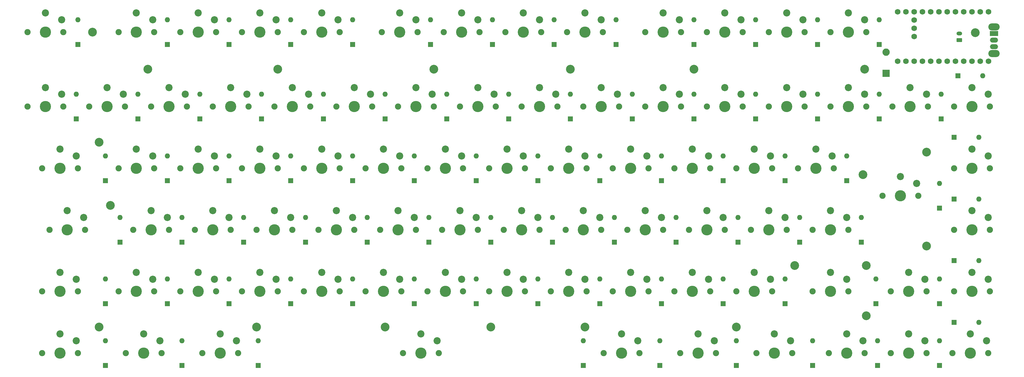
<source format=gbr>
%TF.GenerationSoftware,KiCad,Pcbnew,8.0.3*%
%TF.CreationDate,2024-08-10T17:19:27+02:00*%
%TF.ProjectId,AC-K1-v1,41432d4b-312d-4763-912e-6b696361645f,rev?*%
%TF.SameCoordinates,Original*%
%TF.FileFunction,Soldermask,Bot*%
%TF.FilePolarity,Negative*%
%FSLAX46Y46*%
G04 Gerber Fmt 4.6, Leading zero omitted, Abs format (unit mm)*
G04 Created by KiCad (PCBNEW 8.0.3) date 2024-08-10 17:19:27*
%MOMM*%
%LPD*%
G01*
G04 APERTURE LIST*
G04 Aperture macros list*
%AMRoundRect*
0 Rectangle with rounded corners*
0 $1 Rounding radius*
0 $2 $3 $4 $5 $6 $7 $8 $9 X,Y pos of 4 corners*
0 Add a 4 corners polygon primitive as box body*
4,1,4,$2,$3,$4,$5,$6,$7,$8,$9,$2,$3,0*
0 Add four circle primitives for the rounded corners*
1,1,$1+$1,$2,$3*
1,1,$1+$1,$4,$5*
1,1,$1+$1,$6,$7*
1,1,$1+$1,$8,$9*
0 Add four rect primitives between the rounded corners*
20,1,$1+$1,$2,$3,$4,$5,0*
20,1,$1+$1,$4,$5,$6,$7,0*
20,1,$1+$1,$6,$7,$8,$9,0*
20,1,$1+$1,$8,$9,$2,$3,0*%
G04 Aperture macros list end*
%ADD10C,1.900000*%
%ADD11C,3.450000*%
%ADD12C,2.200000*%
%ADD13C,2.700000*%
%ADD14C,1.752600*%
%ADD15R,2.250000X2.250000*%
%ADD16C,2.250000*%
%ADD17R,1.600000X1.600000*%
%ADD18O,1.600000X1.600000*%
%ADD19O,3.500000X2.200000*%
%ADD20R,2.500000X1.500000*%
%ADD21O,2.500000X1.500000*%
%ADD22RoundRect,0.250000X0.625000X-0.350000X0.625000X0.350000X-0.625000X0.350000X-0.625000X-0.350000X0*%
%ADD23O,1.750000X1.200000*%
G04 APERTURE END LIST*
D10*
%TO.C,SW65*%
X288000000Y-168500000D03*
D11*
X293500000Y-168500000D03*
D10*
X299000000Y-168500000D03*
D12*
X293500000Y-162600000D03*
X298500000Y-164700000D03*
%TD*%
D10*
%TO.C,SW8*%
X89000000Y-111500000D03*
D11*
X94500000Y-111500000D03*
D10*
X100000000Y-111500000D03*
D12*
X94500000Y-105600000D03*
X99500000Y-107700000D03*
%TD*%
D10*
%TO.C,SW67*%
X298000000Y-88500000D03*
D11*
X303500000Y-88500000D03*
D10*
X309000000Y-88500000D03*
D12*
X303500000Y-82600000D03*
X308500000Y-84700000D03*
%TD*%
D10*
%TO.C,SW66*%
X294250000Y-187500000D03*
D11*
X299750000Y-187500000D03*
D10*
X305250000Y-187500000D03*
D12*
X299750000Y-181600000D03*
X304750000Y-183700000D03*
%TD*%
D10*
%TO.C,SW3*%
X74500000Y-130500000D03*
D11*
X80000000Y-130500000D03*
D10*
X85500000Y-130500000D03*
D12*
X80000000Y-124600000D03*
X85000000Y-126700000D03*
%TD*%
D10*
%TO.C,SW48*%
X231000000Y-168500000D03*
D11*
X236500000Y-168500000D03*
D10*
X242000000Y-168500000D03*
D12*
X236500000Y-162600000D03*
X241500000Y-164700000D03*
%TD*%
D10*
%TO.C,SW51*%
X250000000Y-130500000D03*
D11*
X255500000Y-130500000D03*
D10*
X261000000Y-130500000D03*
D12*
X255500000Y-124600000D03*
X260500000Y-126700000D03*
%TD*%
D10*
%TO.C,SW61*%
X279000000Y-88500000D03*
D11*
X284500000Y-88500000D03*
D10*
X290000000Y-88500000D03*
D12*
X284500000Y-82600000D03*
X289500000Y-84700000D03*
%TD*%
D10*
%TO.C,SW69*%
X307000000Y-130500000D03*
D11*
X312500000Y-130500000D03*
D10*
X318000000Y-130500000D03*
D12*
X312500000Y-124600000D03*
X317500000Y-126700000D03*
%TD*%
D13*
%TO.C,11*%
X346500000Y-125500000D03*
%TD*%
D10*
%TO.C,SW54*%
X247250000Y-187500000D03*
D11*
X252750000Y-187500000D03*
D10*
X258250000Y-187500000D03*
D12*
X252750000Y-181600000D03*
X257750000Y-183700000D03*
%TD*%
D10*
%TO.C,SW64*%
X292500000Y-149500000D03*
D11*
X298000000Y-149500000D03*
D10*
X303500000Y-149500000D03*
D12*
X298000000Y-143600000D03*
X303000000Y-145700000D03*
%TD*%
D10*
%TO.C,SW18*%
X123750000Y-187500000D03*
D11*
X129250000Y-187500000D03*
D10*
X134750000Y-187500000D03*
D12*
X129250000Y-181600000D03*
X134250000Y-183700000D03*
%TD*%
D13*
%TO.C,27*%
X328000000Y-160500000D03*
%TD*%
%TO.C,4*%
X107000000Y-100000000D03*
%TD*%
D10*
%TO.C,SW49*%
X236000000Y-88500000D03*
D11*
X241500000Y-88500000D03*
D10*
X247000000Y-88500000D03*
D12*
X241500000Y-82600000D03*
X246500000Y-84700000D03*
%TD*%
D10*
%TO.C,SW63*%
X288000000Y-130500000D03*
D11*
X293500000Y-130500000D03*
D10*
X299000000Y-130500000D03*
D12*
X293500000Y-124600000D03*
X298500000Y-126700000D03*
%TD*%
D10*
%TO.C,SW77*%
X335500000Y-187500000D03*
D11*
X341000000Y-187500000D03*
D10*
X346500000Y-187500000D03*
D12*
X341000000Y-181600000D03*
X346000000Y-183700000D03*
%TD*%
D10*
%TO.C,SW11*%
X98000000Y-168500000D03*
D11*
X103500000Y-168500000D03*
D10*
X109000000Y-168500000D03*
D12*
X103500000Y-162600000D03*
X108500000Y-164700000D03*
%TD*%
D13*
%TO.C,2*%
X361550000Y-88700000D03*
%TD*%
D10*
%TO.C,SW24*%
X155000000Y-88500000D03*
D11*
X160500000Y-88500000D03*
D10*
X166000000Y-88500000D03*
D12*
X160500000Y-82600000D03*
X165500000Y-84700000D03*
%TD*%
D10*
%TO.C,SW83*%
X354500000Y-187500000D03*
D11*
X360000000Y-187500000D03*
D10*
X365500000Y-187500000D03*
D12*
X360000000Y-181600000D03*
X365000000Y-183700000D03*
%TD*%
D10*
%TO.C,SW42*%
X216500000Y-149500000D03*
D11*
X222000000Y-149500000D03*
D10*
X227500000Y-149500000D03*
D12*
X222000000Y-143600000D03*
X227000000Y-145700000D03*
%TD*%
D13*
%TO.C,7*%
X237000000Y-100000000D03*
%TD*%
D10*
%TO.C,SW53*%
X250000000Y-168500000D03*
D11*
X255500000Y-168500000D03*
D10*
X261000000Y-168500000D03*
D12*
X255500000Y-162600000D03*
X260500000Y-164700000D03*
%TD*%
D13*
%TO.C,16*%
X306000000Y-160500000D03*
%TD*%
D10*
%TO.C,SW55*%
X260000000Y-88500000D03*
D11*
X265500000Y-88500000D03*
D10*
X271000000Y-88500000D03*
D12*
X265500000Y-82600000D03*
X270500000Y-84700000D03*
%TD*%
D10*
%TO.C,SW23*%
X136000000Y-168500000D03*
D11*
X141500000Y-168500000D03*
D10*
X147000000Y-168500000D03*
D12*
X141500000Y-162600000D03*
X146500000Y-164700000D03*
%TD*%
D10*
%TO.C,SW75*%
X333000000Y-139000000D03*
D11*
X338500000Y-139000000D03*
D10*
X344000000Y-139000000D03*
D12*
X338500000Y-133100000D03*
X343500000Y-135200000D03*
%TD*%
D10*
%TO.C,SW72*%
X316500000Y-187500000D03*
D11*
X322000000Y-187500000D03*
D10*
X327500000Y-187500000D03*
D12*
X322000000Y-181600000D03*
X327000000Y-183700000D03*
%TD*%
D10*
%TO.C,SW20*%
X127000000Y-111500000D03*
D11*
X132500000Y-111500000D03*
D10*
X138000000Y-111500000D03*
D12*
X132500000Y-105600000D03*
X137500000Y-107700000D03*
%TD*%
D10*
%TO.C,SW6*%
X74500000Y-187500000D03*
D11*
X80000000Y-187500000D03*
D10*
X85500000Y-187500000D03*
D12*
X80000000Y-181600000D03*
X85000000Y-183700000D03*
%TD*%
D13*
%TO.C,13*%
X327000000Y-132500000D03*
%TD*%
%TO.C,20*%
X180000000Y-179500000D03*
%TD*%
D10*
%TO.C,SW60*%
X270750000Y-187500000D03*
D11*
X276250000Y-187500000D03*
D10*
X281750000Y-187500000D03*
D12*
X276250000Y-181600000D03*
X281250000Y-183700000D03*
%TD*%
D13*
%TO.C,18*%
X328000000Y-176000000D03*
%TD*%
D14*
%TO.C,U1*%
X365580000Y-82260000D03*
X363040000Y-82260000D03*
X360500000Y-82260000D03*
X357960000Y-82260000D03*
X355420000Y-82260000D03*
X352880000Y-82260000D03*
X350340000Y-82260000D03*
X347800000Y-82260000D03*
X345260000Y-82260000D03*
X342720000Y-82260000D03*
X340180000Y-82260000D03*
X337640000Y-82260000D03*
X337640000Y-97500000D03*
X340180000Y-97500000D03*
X342720000Y-97500000D03*
X345260000Y-97500000D03*
X347800000Y-97500000D03*
X350340000Y-97500000D03*
X352880000Y-97500000D03*
X355420000Y-97500000D03*
X357960000Y-97500000D03*
X360500000Y-97500000D03*
X363040000Y-97500000D03*
X365580000Y-97500000D03*
X342720000Y-84800000D03*
X342720000Y-87340000D03*
X342720000Y-89880000D03*
%TD*%
D10*
%TO.C,SW36*%
X197500000Y-149500000D03*
D11*
X203000000Y-149500000D03*
D10*
X208500000Y-149500000D03*
D12*
X203000000Y-143600000D03*
X208000000Y-145700000D03*
%TD*%
D10*
%TO.C,SW52*%
X254500000Y-149500000D03*
D11*
X260000000Y-149500000D03*
D10*
X265500000Y-149500000D03*
D12*
X260000000Y-143600000D03*
X265000000Y-145700000D03*
%TD*%
D13*
%TO.C,8*%
X275000000Y-100000000D03*
%TD*%
D10*
%TO.C,SW41*%
X212000000Y-130500000D03*
D11*
X217500000Y-130500000D03*
D10*
X223000000Y-130500000D03*
D12*
X217500000Y-124600000D03*
X222500000Y-126700000D03*
%TD*%
D13*
%TO.C,15*%
X346500000Y-154500000D03*
%TD*%
D10*
%TO.C,SW45*%
X222000000Y-111500000D03*
D11*
X227500000Y-111500000D03*
D10*
X233000000Y-111500000D03*
D12*
X227500000Y-105600000D03*
X232500000Y-107700000D03*
%TD*%
D13*
%TO.C,23*%
X288000000Y-179500000D03*
%TD*%
D10*
%TO.C,SW1*%
X70000000Y-88500000D03*
D11*
X75500000Y-88500000D03*
D10*
X81000000Y-88500000D03*
D12*
X75500000Y-82600000D03*
X80500000Y-84700000D03*
%TD*%
D13*
%TO.C,10*%
X92000000Y-122500000D03*
%TD*%
D10*
%TO.C,SW74*%
X317000000Y-111500000D03*
D11*
X322500000Y-111500000D03*
D10*
X328000000Y-111500000D03*
D12*
X322500000Y-105600000D03*
X327500000Y-107700000D03*
%TD*%
D10*
%TO.C,SW58*%
X273500000Y-149500000D03*
D11*
X279000000Y-149500000D03*
D10*
X284500000Y-149500000D03*
D12*
X279000000Y-143600000D03*
X284000000Y-145700000D03*
%TD*%
D10*
%TO.C,SW78*%
X336000000Y-111500000D03*
D11*
X341500000Y-111500000D03*
D10*
X347000000Y-111500000D03*
D12*
X341500000Y-105600000D03*
X346500000Y-107700000D03*
%TD*%
D13*
%TO.C,21*%
X212500000Y-179500000D03*
%TD*%
D10*
%TO.C,SW46*%
X231000000Y-130500000D03*
D11*
X236500000Y-130500000D03*
D10*
X242000000Y-130500000D03*
D12*
X236500000Y-124600000D03*
X241500000Y-126700000D03*
%TD*%
D10*
%TO.C,SW39*%
X198000000Y-88500000D03*
D11*
X203500000Y-88500000D03*
D10*
X209000000Y-88500000D03*
D12*
X203500000Y-82600000D03*
X208500000Y-84700000D03*
%TD*%
D10*
%TO.C,SW37*%
X193000000Y-168500000D03*
D11*
X198500000Y-168500000D03*
D10*
X204000000Y-168500000D03*
D12*
X198500000Y-162600000D03*
X203500000Y-164700000D03*
%TD*%
D10*
%TO.C,SW29*%
X165000000Y-111500000D03*
D11*
X170500000Y-111500000D03*
D10*
X176000000Y-111500000D03*
D12*
X170500000Y-105600000D03*
X175500000Y-107700000D03*
%TD*%
D13*
%TO.C,19*%
X140500000Y-179500000D03*
%TD*%
D10*
%TO.C,SW15*%
X117000000Y-130500000D03*
D11*
X122500000Y-130500000D03*
D10*
X128000000Y-130500000D03*
D12*
X122500000Y-124600000D03*
X127500000Y-126700000D03*
%TD*%
D10*
%TO.C,SW35*%
X193000000Y-130500000D03*
D11*
X198500000Y-130500000D03*
D10*
X204000000Y-130500000D03*
D12*
X198500000Y-124600000D03*
X203500000Y-126700000D03*
%TD*%
D10*
%TO.C,SW13*%
X117000000Y-88500000D03*
D11*
X122500000Y-88500000D03*
D10*
X128000000Y-88500000D03*
D12*
X122500000Y-82600000D03*
X127500000Y-84700000D03*
%TD*%
D10*
%TO.C,SW79*%
X355000000Y-111500000D03*
D11*
X360500000Y-111500000D03*
D10*
X366000000Y-111500000D03*
D12*
X360500000Y-105600000D03*
X365500000Y-107700000D03*
%TD*%
D10*
%TO.C,SW28*%
X155000000Y-168500000D03*
D11*
X160500000Y-168500000D03*
D10*
X166000000Y-168500000D03*
D12*
X160500000Y-162600000D03*
X165500000Y-164700000D03*
%TD*%
D10*
%TO.C,SW7*%
X98000000Y-88500000D03*
D11*
X103500000Y-88500000D03*
D10*
X109000000Y-88500000D03*
D12*
X103500000Y-82600000D03*
X108500000Y-84700000D03*
%TD*%
D13*
%TO.C,6*%
X195000000Y-100000000D03*
%TD*%
D10*
%TO.C,SW70*%
X311500000Y-149500000D03*
D11*
X317000000Y-149500000D03*
D10*
X322500000Y-149500000D03*
D12*
X317000000Y-143600000D03*
X322000000Y-145700000D03*
%TD*%
D10*
%TO.C,SW2*%
X70000000Y-111500000D03*
D11*
X75500000Y-111500000D03*
D10*
X81000000Y-111500000D03*
D12*
X75500000Y-105600000D03*
X80500000Y-107700000D03*
%TD*%
D10*
%TO.C,SW62*%
X279000000Y-111500000D03*
D11*
X284500000Y-111500000D03*
D10*
X290000000Y-111500000D03*
D12*
X284500000Y-105600000D03*
X289500000Y-107700000D03*
%TD*%
D10*
%TO.C,SW12*%
X100250000Y-187500000D03*
D11*
X105750000Y-187500000D03*
D10*
X111250000Y-187500000D03*
D12*
X105750000Y-181600000D03*
X110750000Y-183700000D03*
%TD*%
D10*
%TO.C,SW32*%
X174000000Y-168500000D03*
D11*
X179500000Y-168500000D03*
D10*
X185000000Y-168500000D03*
D12*
X179500000Y-162600000D03*
X184500000Y-164700000D03*
%TD*%
D10*
%TO.C,SW30*%
X174000000Y-130500000D03*
D11*
X179500000Y-130500000D03*
D10*
X185000000Y-130500000D03*
D12*
X179500000Y-124600000D03*
X184500000Y-126700000D03*
%TD*%
D10*
%TO.C,SW33*%
X179000000Y-88500000D03*
D11*
X184500000Y-88500000D03*
D10*
X190000000Y-88500000D03*
D12*
X184500000Y-82600000D03*
X189500000Y-84700000D03*
%TD*%
D15*
%TO.C,SW85*%
X334100000Y-101250000D03*
D16*
X334100000Y-94750000D03*
%TD*%
D13*
%TO.C,50*%
X92000000Y-179500000D03*
%TD*%
D10*
%TO.C,SW57*%
X269000000Y-130500000D03*
D11*
X274500000Y-130500000D03*
D10*
X280000000Y-130500000D03*
D12*
X274500000Y-124600000D03*
X279500000Y-126700000D03*
%TD*%
D10*
%TO.C,SW71*%
X311500000Y-168500000D03*
D11*
X317000000Y-168500000D03*
D10*
X322500000Y-168500000D03*
D12*
X317000000Y-162600000D03*
X322000000Y-164700000D03*
%TD*%
D10*
%TO.C,SW56*%
X260000000Y-111500000D03*
D11*
X265500000Y-111500000D03*
D10*
X271000000Y-111500000D03*
D12*
X265500000Y-105600000D03*
X270500000Y-107700000D03*
%TD*%
D10*
%TO.C,SW16*%
X121500000Y-149500000D03*
D11*
X127000000Y-149500000D03*
D10*
X132500000Y-149500000D03*
D12*
X127000000Y-143600000D03*
X132000000Y-145700000D03*
%TD*%
D10*
%TO.C,SW38*%
X185500000Y-187500000D03*
D11*
X191000000Y-187500000D03*
D10*
X196500000Y-187500000D03*
D12*
X191000000Y-181600000D03*
X196000000Y-183700000D03*
%TD*%
D10*
%TO.C,SW80*%
X355000000Y-130500000D03*
D11*
X360500000Y-130500000D03*
D10*
X366000000Y-130500000D03*
D12*
X360500000Y-124600000D03*
X365500000Y-126700000D03*
%TD*%
D13*
%TO.C,9*%
X327500000Y-100000000D03*
%TD*%
D10*
%TO.C,SW81*%
X355000000Y-149500000D03*
D11*
X360500000Y-149500000D03*
D10*
X366000000Y-149500000D03*
D12*
X360500000Y-143600000D03*
X365500000Y-145700000D03*
%TD*%
D10*
%TO.C,SW5*%
X74500000Y-168500000D03*
D11*
X80000000Y-168500000D03*
D10*
X85500000Y-168500000D03*
D12*
X80000000Y-162600000D03*
X85000000Y-164700000D03*
%TD*%
D10*
%TO.C,SW10*%
X102500000Y-149500000D03*
D11*
X108000000Y-149500000D03*
D10*
X113500000Y-149500000D03*
D12*
X108000000Y-143600000D03*
X113000000Y-145700000D03*
%TD*%
D10*
%TO.C,SW21*%
X136000000Y-130500000D03*
D11*
X141500000Y-130500000D03*
D10*
X147000000Y-130500000D03*
D12*
X141500000Y-124600000D03*
X146500000Y-126700000D03*
%TD*%
D10*
%TO.C,SW76*%
X335500000Y-168500000D03*
D11*
X341000000Y-168500000D03*
D10*
X346500000Y-168500000D03*
D12*
X341000000Y-162600000D03*
X346000000Y-164700000D03*
%TD*%
D10*
%TO.C,SW25*%
X146000000Y-111500000D03*
D11*
X151500000Y-111500000D03*
D10*
X157000000Y-111500000D03*
D12*
X151500000Y-105600000D03*
X156500000Y-107700000D03*
%TD*%
D10*
%TO.C,SW43*%
X212000000Y-168500000D03*
D11*
X217500000Y-168500000D03*
D10*
X223000000Y-168500000D03*
D12*
X217500000Y-162600000D03*
X222500000Y-164700000D03*
%TD*%
D10*
%TO.C,SW68*%
X298000000Y-111500000D03*
D11*
X303500000Y-111500000D03*
D10*
X309000000Y-111500000D03*
D12*
X303500000Y-105600000D03*
X308500000Y-107700000D03*
%TD*%
D10*
%TO.C,SW22*%
X140500000Y-149500000D03*
D11*
X146000000Y-149500000D03*
D10*
X151500000Y-149500000D03*
D12*
X146000000Y-143600000D03*
X151000000Y-145700000D03*
%TD*%
D10*
%TO.C,SW14*%
X108000000Y-111500000D03*
D11*
X113500000Y-111500000D03*
D10*
X119000000Y-111500000D03*
D12*
X113500000Y-105600000D03*
X118500000Y-107700000D03*
%TD*%
D10*
%TO.C,SW19*%
X136000000Y-88500000D03*
D11*
X141500000Y-88500000D03*
D10*
X147000000Y-88500000D03*
D12*
X141500000Y-82600000D03*
X146500000Y-84700000D03*
%TD*%
D10*
%TO.C,SW44*%
X217000000Y-88500000D03*
D11*
X222500000Y-88500000D03*
D10*
X228000000Y-88500000D03*
D12*
X222500000Y-82600000D03*
X227500000Y-84700000D03*
%TD*%
D13*
%TO.C,14*%
X95500000Y-142000000D03*
%TD*%
%TO.C,5*%
X147000000Y-100000000D03*
%TD*%
D10*
%TO.C,SW82*%
X355000000Y-168500000D03*
D11*
X360500000Y-168500000D03*
D10*
X366000000Y-168500000D03*
D12*
X360500000Y-162600000D03*
X365500000Y-164700000D03*
%TD*%
D10*
%TO.C,SW59*%
X269000000Y-168500000D03*
D11*
X274500000Y-168500000D03*
D10*
X280000000Y-168500000D03*
D12*
X274500000Y-162600000D03*
X279500000Y-164700000D03*
%TD*%
D10*
%TO.C,SW40*%
X203000000Y-111500000D03*
D11*
X208500000Y-111500000D03*
D10*
X214000000Y-111500000D03*
D12*
X208500000Y-105600000D03*
X213500000Y-107700000D03*
%TD*%
D10*
%TO.C,SW31*%
X178500000Y-149500000D03*
D11*
X184000000Y-149500000D03*
D10*
X189500000Y-149500000D03*
D12*
X184000000Y-143600000D03*
X189000000Y-145700000D03*
%TD*%
D13*
%TO.C,1*%
X90000000Y-88500000D03*
%TD*%
D10*
%TO.C,SW26*%
X155000000Y-130500000D03*
D11*
X160500000Y-130500000D03*
D10*
X166000000Y-130500000D03*
D12*
X160500000Y-124600000D03*
X165500000Y-126700000D03*
%TD*%
D10*
%TO.C,SW73*%
X317000000Y-88500000D03*
D11*
X322500000Y-88500000D03*
D10*
X328000000Y-88500000D03*
D12*
X322500000Y-82600000D03*
X327500000Y-84700000D03*
%TD*%
D10*
%TO.C,SW50*%
X241000000Y-111500000D03*
D11*
X246500000Y-111500000D03*
D10*
X252000000Y-111500000D03*
D12*
X246500000Y-105600000D03*
X251500000Y-107700000D03*
%TD*%
D10*
%TO.C,SW27*%
X159500000Y-149500000D03*
D11*
X165000000Y-149500000D03*
D10*
X170500000Y-149500000D03*
D12*
X165000000Y-143600000D03*
X170000000Y-145700000D03*
%TD*%
D10*
%TO.C,SW47*%
X235500000Y-149500000D03*
D11*
X241000000Y-149500000D03*
D10*
X246500000Y-149500000D03*
D12*
X241000000Y-143600000D03*
X246000000Y-145700000D03*
%TD*%
D13*
%TO.C,22*%
X241500000Y-179500000D03*
%TD*%
D10*
%TO.C,SW9*%
X98000000Y-130500000D03*
D11*
X103500000Y-130500000D03*
D10*
X109000000Y-130500000D03*
D12*
X103500000Y-124600000D03*
X108500000Y-126700000D03*
%TD*%
D10*
%TO.C,SW17*%
X117000000Y-168500000D03*
D11*
X122500000Y-168500000D03*
D10*
X128000000Y-168500000D03*
D12*
X122500000Y-162600000D03*
X127500000Y-164700000D03*
%TD*%
D10*
%TO.C,SW4*%
X76750000Y-149500000D03*
D11*
X82250000Y-149500000D03*
D10*
X87750000Y-149500000D03*
D12*
X82250000Y-143600000D03*
X87250000Y-145700000D03*
%TD*%
D10*
%TO.C,SW34*%
X184000000Y-111500000D03*
D11*
X189500000Y-111500000D03*
D10*
X195000000Y-111500000D03*
D12*
X189500000Y-105600000D03*
X194500000Y-107700000D03*
%TD*%
D17*
%TO.C,D8*%
X104000000Y-115310000D03*
D18*
X104000000Y-107690000D03*
%TD*%
D17*
%TO.C,D62*%
X294000000Y-115310000D03*
D18*
X294000000Y-107690000D03*
%TD*%
D17*
%TO.C,D57*%
X284000000Y-134310000D03*
D18*
X284000000Y-126690000D03*
%TD*%
D17*
%TO.C,D79*%
X356190000Y-102000000D03*
D18*
X363810000Y-102000000D03*
%TD*%
D17*
%TO.C,D20*%
X142000000Y-115310000D03*
D18*
X142000000Y-107690000D03*
%TD*%
D17*
%TO.C,D77*%
X350500000Y-191310000D03*
D18*
X350500000Y-183690000D03*
%TD*%
D17*
%TO.C,D49*%
X251000000Y-92310000D03*
D18*
X251000000Y-84690000D03*
%TD*%
D17*
%TO.C,D31*%
X193500000Y-153310000D03*
D18*
X193500000Y-145690000D03*
%TD*%
D17*
%TO.C,D41*%
X227000000Y-134310000D03*
D18*
X227000000Y-126690000D03*
%TD*%
D17*
%TO.C,D21*%
X151000000Y-134310000D03*
D18*
X151000000Y-126690000D03*
%TD*%
D17*
%TO.C,D72*%
X331500000Y-191310000D03*
D18*
X331500000Y-183690000D03*
%TD*%
D17*
%TO.C,D58*%
X288500000Y-153310000D03*
D18*
X288500000Y-145690000D03*
%TD*%
D17*
%TO.C,D15*%
X132000000Y-134310000D03*
D18*
X132000000Y-126690000D03*
%TD*%
D17*
%TO.C,D27*%
X174500000Y-153310000D03*
D18*
X174500000Y-145690000D03*
%TD*%
D17*
%TO.C,D75*%
X350500000Y-142810000D03*
D18*
X350500000Y-135190000D03*
%TD*%
D17*
%TO.C,D66*%
X311500000Y-191310000D03*
D18*
X311500000Y-183690000D03*
%TD*%
D17*
%TO.C,D68*%
X313000000Y-115310000D03*
D18*
X313000000Y-107690000D03*
%TD*%
D17*
%TO.C,D17*%
X132000000Y-172310000D03*
D18*
X132000000Y-164690000D03*
%TD*%
D17*
%TO.C,D45*%
X237000000Y-115310000D03*
D18*
X237000000Y-107690000D03*
%TD*%
D17*
%TO.C,D18*%
X141000000Y-191310000D03*
D18*
X141000000Y-183690000D03*
%TD*%
D17*
%TO.C,D28*%
X170000000Y-172310000D03*
D18*
X170000000Y-164690000D03*
%TD*%
D17*
%TO.C,D80*%
X355000000Y-121000000D03*
D18*
X362620000Y-121000000D03*
%TD*%
D17*
%TO.C,D10*%
X117500000Y-153310000D03*
D18*
X117500000Y-145690000D03*
%TD*%
D17*
%TO.C,D11*%
X113000000Y-172310000D03*
D18*
X113000000Y-164690000D03*
%TD*%
D17*
%TO.C,D56*%
X275000000Y-115310000D03*
D18*
X275000000Y-107690000D03*
%TD*%
D17*
%TO.C,D44*%
X232000000Y-92310000D03*
D18*
X232000000Y-84690000D03*
%TD*%
D19*
%TO.C,SW84*%
X367250000Y-86900000D03*
X367250000Y-95100000D03*
D20*
X367250000Y-89000000D03*
D21*
X367250000Y-91000000D03*
X367250000Y-93000000D03*
%TD*%
D17*
%TO.C,D5*%
X94000000Y-172310000D03*
D18*
X94000000Y-164690000D03*
%TD*%
D17*
%TO.C,D16*%
X136500000Y-153310000D03*
D18*
X136500000Y-145690000D03*
%TD*%
D17*
%TO.C,D39*%
X213000000Y-92310000D03*
D18*
X213000000Y-84690000D03*
%TD*%
D17*
%TO.C,D73*%
X332000000Y-92310000D03*
D18*
X332000000Y-84690000D03*
%TD*%
D17*
%TO.C,D32*%
X189000000Y-172310000D03*
D18*
X189000000Y-164690000D03*
%TD*%
D17*
%TO.C,D83*%
X355000000Y-178000000D03*
D18*
X362620000Y-178000000D03*
%TD*%
D17*
%TO.C,D33*%
X194000000Y-92310000D03*
D18*
X194000000Y-84690000D03*
%TD*%
D17*
%TO.C,D4*%
X98500000Y-153310000D03*
D18*
X98500000Y-145690000D03*
%TD*%
D17*
%TO.C,D26*%
X170000000Y-134310000D03*
D18*
X170000000Y-126690000D03*
%TD*%
D17*
%TO.C,D74*%
X332000000Y-115310000D03*
D18*
X332000000Y-107690000D03*
%TD*%
D17*
%TO.C,D3*%
X94000000Y-134310000D03*
D18*
X94000000Y-126690000D03*
%TD*%
D17*
%TO.C,D76*%
X350500000Y-172310000D03*
D18*
X350500000Y-164690000D03*
%TD*%
D17*
%TO.C,D1*%
X85500000Y-92310000D03*
D18*
X85500000Y-84690000D03*
%TD*%
D17*
%TO.C,D30*%
X189000000Y-134310000D03*
D18*
X189000000Y-126690000D03*
%TD*%
D17*
%TO.C,D47*%
X250500000Y-153310000D03*
D18*
X250500000Y-145690000D03*
%TD*%
D17*
%TO.C,D51*%
X265000000Y-134310000D03*
D18*
X265000000Y-126690000D03*
%TD*%
D17*
%TO.C,D50*%
X256000000Y-115310000D03*
D18*
X256000000Y-107690000D03*
%TD*%
D17*
%TO.C,D12*%
X117500000Y-191310000D03*
D18*
X117500000Y-183690000D03*
%TD*%
D17*
%TO.C,D29*%
X180000000Y-115310000D03*
D18*
X180000000Y-107690000D03*
%TD*%
D17*
%TO.C,D70*%
X326500000Y-153310000D03*
D18*
X326500000Y-145690000D03*
%TD*%
D17*
%TO.C,D71*%
X331000000Y-172310000D03*
D18*
X331000000Y-164690000D03*
%TD*%
D17*
%TO.C,D54*%
X264500000Y-191310000D03*
D18*
X264500000Y-183690000D03*
%TD*%
D17*
%TO.C,D46*%
X246000000Y-134310000D03*
D18*
X246000000Y-126690000D03*
%TD*%
D17*
%TO.C,D37*%
X208000000Y-172310000D03*
D18*
X208000000Y-164690000D03*
%TD*%
D17*
%TO.C,D34*%
X199000000Y-115310000D03*
D18*
X199000000Y-107690000D03*
%TD*%
D17*
%TO.C,D60*%
X288000000Y-191310000D03*
D18*
X288000000Y-183690000D03*
%TD*%
D17*
%TO.C,D64*%
X307500000Y-153310000D03*
D18*
X307500000Y-145690000D03*
%TD*%
D17*
%TO.C,D48*%
X246000000Y-172310000D03*
D18*
X246000000Y-164690000D03*
%TD*%
D17*
%TO.C,D63*%
X303000000Y-134310000D03*
D18*
X303000000Y-126690000D03*
%TD*%
D17*
%TO.C,D2*%
X85000000Y-115310000D03*
D18*
X85000000Y-107690000D03*
%TD*%
D17*
%TO.C,D23*%
X151000000Y-172310000D03*
D18*
X151000000Y-164690000D03*
%TD*%
D17*
%TO.C,D67*%
X313000000Y-92310000D03*
D18*
X313000000Y-84690000D03*
%TD*%
D17*
%TO.C,D55*%
X275000000Y-92310000D03*
D18*
X275000000Y-84690000D03*
%TD*%
D17*
%TO.C,D81*%
X355000000Y-140000000D03*
D18*
X362620000Y-140000000D03*
%TD*%
D17*
%TO.C,D59*%
X284000000Y-172310000D03*
D18*
X284000000Y-164690000D03*
%TD*%
D17*
%TO.C,D25*%
X161000000Y-115310000D03*
D18*
X161000000Y-107690000D03*
%TD*%
D17*
%TO.C,D35*%
X208000000Y-134310000D03*
D18*
X208000000Y-126690000D03*
%TD*%
D17*
%TO.C,D14*%
X123000000Y-115310000D03*
D18*
X123000000Y-107690000D03*
%TD*%
D17*
%TO.C,D38*%
X241000000Y-191310000D03*
D18*
X241000000Y-183690000D03*
%TD*%
D17*
%TO.C,D82*%
X355000000Y-159000000D03*
D18*
X362620000Y-159000000D03*
%TD*%
D17*
%TO.C,D42*%
X231500000Y-153310000D03*
D18*
X231500000Y-145690000D03*
%TD*%
D17*
%TO.C,D36*%
X212500000Y-153310000D03*
D18*
X212500000Y-145690000D03*
%TD*%
D17*
%TO.C,D53*%
X265000000Y-172310000D03*
D18*
X265000000Y-164690000D03*
%TD*%
D17*
%TO.C,D19*%
X151000000Y-92310000D03*
D18*
X151000000Y-84690000D03*
%TD*%
D17*
%TO.C,D7*%
X113000000Y-92310000D03*
D18*
X113000000Y-84690000D03*
%TD*%
D22*
%TO.C,J1*%
X356610000Y-91000000D03*
D23*
X356610000Y-89000000D03*
%TD*%
D17*
%TO.C,D22*%
X155500000Y-153310000D03*
D18*
X155500000Y-145690000D03*
%TD*%
D17*
%TO.C,D43*%
X227000000Y-172310000D03*
D18*
X227000000Y-164690000D03*
%TD*%
D17*
%TO.C,D24*%
X170000000Y-92310000D03*
D18*
X170000000Y-84690000D03*
%TD*%
D17*
%TO.C,D13*%
X132000000Y-92310000D03*
D18*
X132000000Y-84690000D03*
%TD*%
D17*
%TO.C,D52*%
X269500000Y-153310000D03*
D18*
X269500000Y-145690000D03*
%TD*%
D17*
%TO.C,D61*%
X294000000Y-92310000D03*
D18*
X294000000Y-84690000D03*
%TD*%
D17*
%TO.C,D69*%
X322000000Y-134310000D03*
D18*
X322000000Y-126690000D03*
%TD*%
D17*
%TO.C,D65*%
X303000000Y-172310000D03*
D18*
X303000000Y-164690000D03*
%TD*%
D17*
%TO.C,D40*%
X218000000Y-115310000D03*
D18*
X218000000Y-107690000D03*
%TD*%
D17*
%TO.C,D6*%
X94000000Y-191310000D03*
D18*
X94000000Y-183690000D03*
%TD*%
D17*
%TO.C,D78*%
X351000000Y-115310000D03*
D18*
X351000000Y-107690000D03*
%TD*%
D17*
%TO.C,D9*%
X113000000Y-134310000D03*
D18*
X113000000Y-126690000D03*
%TD*%
M02*

</source>
